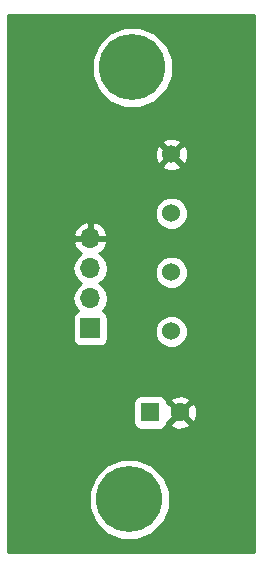
<source format=gbr>
G04 #@! TF.GenerationSoftware,KiCad,Pcbnew,(5.0.2)-1*
G04 #@! TF.CreationDate,2019-06-10T20:52:17+01:00*
G04 #@! TF.ProjectId,ultrasound_adapter,756c7472-6173-46f7-956e-645f61646170,rev?*
G04 #@! TF.SameCoordinates,Original*
G04 #@! TF.FileFunction,Copper,L2,Bot*
G04 #@! TF.FilePolarity,Positive*
%FSLAX46Y46*%
G04 Gerber Fmt 4.6, Leading zero omitted, Abs format (unit mm)*
G04 Created by KiCad (PCBNEW (5.0.2)-1) date 10/06/2019 20:52:17*
%MOMM*%
%LPD*%
G01*
G04 APERTURE LIST*
G04 #@! TA.AperFunction,ComponentPad*
%ADD10R,1.600000X1.600000*%
G04 #@! TD*
G04 #@! TA.AperFunction,ComponentPad*
%ADD11C,1.600000*%
G04 #@! TD*
G04 #@! TA.AperFunction,ComponentPad*
%ADD12O,1.700000X1.700000*%
G04 #@! TD*
G04 #@! TA.AperFunction,ComponentPad*
%ADD13R,1.700000X1.700000*%
G04 #@! TD*
G04 #@! TA.AperFunction,ComponentPad*
%ADD14C,1.524000*%
G04 #@! TD*
G04 #@! TA.AperFunction,ComponentPad*
%ADD15C,5.600000*%
G04 #@! TD*
G04 #@! TA.AperFunction,Conductor*
%ADD16C,0.254000*%
G04 #@! TD*
G04 APERTURE END LIST*
D10*
G04 #@! TO.P,C1,1*
G04 #@! TO.N,VCC*
X130048000Y-74168000D03*
D11*
G04 #@! TO.P,C1,2*
G04 #@! TO.N,GND*
X132548000Y-74168000D03*
G04 #@! TD*
D12*
G04 #@! TO.P,J1,4*
G04 #@! TO.N,GND*
X124968000Y-59436000D03*
G04 #@! TO.P,J1,3*
G04 #@! TO.N,Echo*
X124968000Y-61976000D03*
G04 #@! TO.P,J1,2*
G04 #@! TO.N,Trig*
X124968000Y-64516000D03*
D13*
G04 #@! TO.P,J1,1*
G04 #@! TO.N,VCC*
X124968000Y-67056000D03*
G04 #@! TD*
D14*
G04 #@! TO.P,J2,4*
G04 #@! TO.N,GND*
X131826000Y-52310000D03*
G04 #@! TO.P,J2,3*
G04 #@! TO.N,Echo*
X131826000Y-57310000D03*
G04 #@! TO.P,J2,2*
G04 #@! TO.N,Trig*
X131826000Y-62310000D03*
G04 #@! TO.P,J2,1*
G04 #@! TO.N,VCC*
X131826000Y-67310000D03*
G04 #@! TD*
D15*
G04 #@! TO.P,H1,1*
G04 #@! TO.N,N/C*
X128270000Y-81534000D03*
G04 #@! TD*
G04 #@! TO.P,H2,1*
G04 #@! TO.N,N/C*
X128524000Y-44958000D03*
G04 #@! TD*
D16*
G04 #@! TO.N,GND*
G36*
X138811000Y-85979000D02*
X117983000Y-85979000D01*
X117983000Y-80850736D01*
X124835000Y-80850736D01*
X124835000Y-82217264D01*
X125357947Y-83479771D01*
X126324229Y-84446053D01*
X127586736Y-84969000D01*
X128953264Y-84969000D01*
X130215771Y-84446053D01*
X131182053Y-83479771D01*
X131705000Y-82217264D01*
X131705000Y-80850736D01*
X131182053Y-79588229D01*
X130215771Y-78621947D01*
X128953264Y-78099000D01*
X127586736Y-78099000D01*
X126324229Y-78621947D01*
X125357947Y-79588229D01*
X124835000Y-80850736D01*
X117983000Y-80850736D01*
X117983000Y-73368000D01*
X128600560Y-73368000D01*
X128600560Y-74968000D01*
X128649843Y-75215765D01*
X128790191Y-75425809D01*
X129000235Y-75566157D01*
X129248000Y-75615440D01*
X130848000Y-75615440D01*
X131095765Y-75566157D01*
X131305809Y-75425809D01*
X131446157Y-75215765D01*
X131454117Y-75175745D01*
X131719861Y-75175745D01*
X131793995Y-75421864D01*
X132331223Y-75614965D01*
X132901454Y-75587778D01*
X133302005Y-75421864D01*
X133376139Y-75175745D01*
X132548000Y-74347605D01*
X131719861Y-75175745D01*
X131454117Y-75175745D01*
X131492693Y-74981813D01*
X131540255Y-74996139D01*
X132368395Y-74168000D01*
X132727605Y-74168000D01*
X133555745Y-74996139D01*
X133801864Y-74922005D01*
X133994965Y-74384777D01*
X133967778Y-73814546D01*
X133801864Y-73413995D01*
X133555745Y-73339861D01*
X132727605Y-74168000D01*
X132368395Y-74168000D01*
X131540255Y-73339861D01*
X131492693Y-73354187D01*
X131454118Y-73160255D01*
X131719861Y-73160255D01*
X132548000Y-73988395D01*
X133376139Y-73160255D01*
X133302005Y-72914136D01*
X132764777Y-72721035D01*
X132194546Y-72748222D01*
X131793995Y-72914136D01*
X131719861Y-73160255D01*
X131454118Y-73160255D01*
X131446157Y-73120235D01*
X131305809Y-72910191D01*
X131095765Y-72769843D01*
X130848000Y-72720560D01*
X129248000Y-72720560D01*
X129000235Y-72769843D01*
X128790191Y-72910191D01*
X128649843Y-73120235D01*
X128600560Y-73368000D01*
X117983000Y-73368000D01*
X117983000Y-61976000D01*
X123453908Y-61976000D01*
X123569161Y-62555418D01*
X123897375Y-63046625D01*
X124195761Y-63246000D01*
X123897375Y-63445375D01*
X123569161Y-63936582D01*
X123453908Y-64516000D01*
X123569161Y-65095418D01*
X123897375Y-65586625D01*
X123915619Y-65598816D01*
X123870235Y-65607843D01*
X123660191Y-65748191D01*
X123519843Y-65958235D01*
X123470560Y-66206000D01*
X123470560Y-67906000D01*
X123519843Y-68153765D01*
X123660191Y-68363809D01*
X123870235Y-68504157D01*
X124118000Y-68553440D01*
X125818000Y-68553440D01*
X126065765Y-68504157D01*
X126275809Y-68363809D01*
X126416157Y-68153765D01*
X126465440Y-67906000D01*
X126465440Y-67032119D01*
X130429000Y-67032119D01*
X130429000Y-67587881D01*
X130641680Y-68101337D01*
X131034663Y-68494320D01*
X131548119Y-68707000D01*
X132103881Y-68707000D01*
X132617337Y-68494320D01*
X133010320Y-68101337D01*
X133223000Y-67587881D01*
X133223000Y-67032119D01*
X133010320Y-66518663D01*
X132617337Y-66125680D01*
X132103881Y-65913000D01*
X131548119Y-65913000D01*
X131034663Y-66125680D01*
X130641680Y-66518663D01*
X130429000Y-67032119D01*
X126465440Y-67032119D01*
X126465440Y-66206000D01*
X126416157Y-65958235D01*
X126275809Y-65748191D01*
X126065765Y-65607843D01*
X126020381Y-65598816D01*
X126038625Y-65586625D01*
X126366839Y-65095418D01*
X126482092Y-64516000D01*
X126366839Y-63936582D01*
X126038625Y-63445375D01*
X125740239Y-63246000D01*
X126038625Y-63046625D01*
X126366839Y-62555418D01*
X126470929Y-62032119D01*
X130429000Y-62032119D01*
X130429000Y-62587881D01*
X130641680Y-63101337D01*
X131034663Y-63494320D01*
X131548119Y-63707000D01*
X132103881Y-63707000D01*
X132617337Y-63494320D01*
X133010320Y-63101337D01*
X133223000Y-62587881D01*
X133223000Y-62032119D01*
X133010320Y-61518663D01*
X132617337Y-61125680D01*
X132103881Y-60913000D01*
X131548119Y-60913000D01*
X131034663Y-61125680D01*
X130641680Y-61518663D01*
X130429000Y-62032119D01*
X126470929Y-62032119D01*
X126482092Y-61976000D01*
X126366839Y-61396582D01*
X126038625Y-60905375D01*
X125719522Y-60692157D01*
X125849358Y-60631183D01*
X126239645Y-60202924D01*
X126409476Y-59792890D01*
X126288155Y-59563000D01*
X125095000Y-59563000D01*
X125095000Y-59583000D01*
X124841000Y-59583000D01*
X124841000Y-59563000D01*
X123647845Y-59563000D01*
X123526524Y-59792890D01*
X123696355Y-60202924D01*
X124086642Y-60631183D01*
X124216478Y-60692157D01*
X123897375Y-60905375D01*
X123569161Y-61396582D01*
X123453908Y-61976000D01*
X117983000Y-61976000D01*
X117983000Y-59079110D01*
X123526524Y-59079110D01*
X123647845Y-59309000D01*
X124841000Y-59309000D01*
X124841000Y-58115181D01*
X125095000Y-58115181D01*
X125095000Y-59309000D01*
X126288155Y-59309000D01*
X126409476Y-59079110D01*
X126239645Y-58669076D01*
X125849358Y-58240817D01*
X125324892Y-57994514D01*
X125095000Y-58115181D01*
X124841000Y-58115181D01*
X124611108Y-57994514D01*
X124086642Y-58240817D01*
X123696355Y-58669076D01*
X123526524Y-59079110D01*
X117983000Y-59079110D01*
X117983000Y-57032119D01*
X130429000Y-57032119D01*
X130429000Y-57587881D01*
X130641680Y-58101337D01*
X131034663Y-58494320D01*
X131548119Y-58707000D01*
X132103881Y-58707000D01*
X132617337Y-58494320D01*
X133010320Y-58101337D01*
X133223000Y-57587881D01*
X133223000Y-57032119D01*
X133010320Y-56518663D01*
X132617337Y-56125680D01*
X132103881Y-55913000D01*
X131548119Y-55913000D01*
X131034663Y-56125680D01*
X130641680Y-56518663D01*
X130429000Y-57032119D01*
X117983000Y-57032119D01*
X117983000Y-53290213D01*
X131025392Y-53290213D01*
X131094857Y-53532397D01*
X131618302Y-53719144D01*
X132173368Y-53691362D01*
X132557143Y-53532397D01*
X132626608Y-53290213D01*
X131826000Y-52489605D01*
X131025392Y-53290213D01*
X117983000Y-53290213D01*
X117983000Y-52102302D01*
X130416856Y-52102302D01*
X130444638Y-52657368D01*
X130603603Y-53041143D01*
X130845787Y-53110608D01*
X131646395Y-52310000D01*
X132005605Y-52310000D01*
X132806213Y-53110608D01*
X133048397Y-53041143D01*
X133235144Y-52517698D01*
X133207362Y-51962632D01*
X133048397Y-51578857D01*
X132806213Y-51509392D01*
X132005605Y-52310000D01*
X131646395Y-52310000D01*
X130845787Y-51509392D01*
X130603603Y-51578857D01*
X130416856Y-52102302D01*
X117983000Y-52102302D01*
X117983000Y-51329787D01*
X131025392Y-51329787D01*
X131826000Y-52130395D01*
X132626608Y-51329787D01*
X132557143Y-51087603D01*
X132033698Y-50900856D01*
X131478632Y-50928638D01*
X131094857Y-51087603D01*
X131025392Y-51329787D01*
X117983000Y-51329787D01*
X117983000Y-44274736D01*
X125089000Y-44274736D01*
X125089000Y-45641264D01*
X125611947Y-46903771D01*
X126578229Y-47870053D01*
X127840736Y-48393000D01*
X129207264Y-48393000D01*
X130469771Y-47870053D01*
X131436053Y-46903771D01*
X131959000Y-45641264D01*
X131959000Y-44274736D01*
X131436053Y-43012229D01*
X130469771Y-42045947D01*
X129207264Y-41523000D01*
X127840736Y-41523000D01*
X126578229Y-42045947D01*
X125611947Y-43012229D01*
X125089000Y-44274736D01*
X117983000Y-44274736D01*
X117983000Y-40513000D01*
X138811000Y-40513000D01*
X138811000Y-85979000D01*
X138811000Y-85979000D01*
G37*
X138811000Y-85979000D02*
X117983000Y-85979000D01*
X117983000Y-80850736D01*
X124835000Y-80850736D01*
X124835000Y-82217264D01*
X125357947Y-83479771D01*
X126324229Y-84446053D01*
X127586736Y-84969000D01*
X128953264Y-84969000D01*
X130215771Y-84446053D01*
X131182053Y-83479771D01*
X131705000Y-82217264D01*
X131705000Y-80850736D01*
X131182053Y-79588229D01*
X130215771Y-78621947D01*
X128953264Y-78099000D01*
X127586736Y-78099000D01*
X126324229Y-78621947D01*
X125357947Y-79588229D01*
X124835000Y-80850736D01*
X117983000Y-80850736D01*
X117983000Y-73368000D01*
X128600560Y-73368000D01*
X128600560Y-74968000D01*
X128649843Y-75215765D01*
X128790191Y-75425809D01*
X129000235Y-75566157D01*
X129248000Y-75615440D01*
X130848000Y-75615440D01*
X131095765Y-75566157D01*
X131305809Y-75425809D01*
X131446157Y-75215765D01*
X131454117Y-75175745D01*
X131719861Y-75175745D01*
X131793995Y-75421864D01*
X132331223Y-75614965D01*
X132901454Y-75587778D01*
X133302005Y-75421864D01*
X133376139Y-75175745D01*
X132548000Y-74347605D01*
X131719861Y-75175745D01*
X131454117Y-75175745D01*
X131492693Y-74981813D01*
X131540255Y-74996139D01*
X132368395Y-74168000D01*
X132727605Y-74168000D01*
X133555745Y-74996139D01*
X133801864Y-74922005D01*
X133994965Y-74384777D01*
X133967778Y-73814546D01*
X133801864Y-73413995D01*
X133555745Y-73339861D01*
X132727605Y-74168000D01*
X132368395Y-74168000D01*
X131540255Y-73339861D01*
X131492693Y-73354187D01*
X131454118Y-73160255D01*
X131719861Y-73160255D01*
X132548000Y-73988395D01*
X133376139Y-73160255D01*
X133302005Y-72914136D01*
X132764777Y-72721035D01*
X132194546Y-72748222D01*
X131793995Y-72914136D01*
X131719861Y-73160255D01*
X131454118Y-73160255D01*
X131446157Y-73120235D01*
X131305809Y-72910191D01*
X131095765Y-72769843D01*
X130848000Y-72720560D01*
X129248000Y-72720560D01*
X129000235Y-72769843D01*
X128790191Y-72910191D01*
X128649843Y-73120235D01*
X128600560Y-73368000D01*
X117983000Y-73368000D01*
X117983000Y-61976000D01*
X123453908Y-61976000D01*
X123569161Y-62555418D01*
X123897375Y-63046625D01*
X124195761Y-63246000D01*
X123897375Y-63445375D01*
X123569161Y-63936582D01*
X123453908Y-64516000D01*
X123569161Y-65095418D01*
X123897375Y-65586625D01*
X123915619Y-65598816D01*
X123870235Y-65607843D01*
X123660191Y-65748191D01*
X123519843Y-65958235D01*
X123470560Y-66206000D01*
X123470560Y-67906000D01*
X123519843Y-68153765D01*
X123660191Y-68363809D01*
X123870235Y-68504157D01*
X124118000Y-68553440D01*
X125818000Y-68553440D01*
X126065765Y-68504157D01*
X126275809Y-68363809D01*
X126416157Y-68153765D01*
X126465440Y-67906000D01*
X126465440Y-67032119D01*
X130429000Y-67032119D01*
X130429000Y-67587881D01*
X130641680Y-68101337D01*
X131034663Y-68494320D01*
X131548119Y-68707000D01*
X132103881Y-68707000D01*
X132617337Y-68494320D01*
X133010320Y-68101337D01*
X133223000Y-67587881D01*
X133223000Y-67032119D01*
X133010320Y-66518663D01*
X132617337Y-66125680D01*
X132103881Y-65913000D01*
X131548119Y-65913000D01*
X131034663Y-66125680D01*
X130641680Y-66518663D01*
X130429000Y-67032119D01*
X126465440Y-67032119D01*
X126465440Y-66206000D01*
X126416157Y-65958235D01*
X126275809Y-65748191D01*
X126065765Y-65607843D01*
X126020381Y-65598816D01*
X126038625Y-65586625D01*
X126366839Y-65095418D01*
X126482092Y-64516000D01*
X126366839Y-63936582D01*
X126038625Y-63445375D01*
X125740239Y-63246000D01*
X126038625Y-63046625D01*
X126366839Y-62555418D01*
X126470929Y-62032119D01*
X130429000Y-62032119D01*
X130429000Y-62587881D01*
X130641680Y-63101337D01*
X131034663Y-63494320D01*
X131548119Y-63707000D01*
X132103881Y-63707000D01*
X132617337Y-63494320D01*
X133010320Y-63101337D01*
X133223000Y-62587881D01*
X133223000Y-62032119D01*
X133010320Y-61518663D01*
X132617337Y-61125680D01*
X132103881Y-60913000D01*
X131548119Y-60913000D01*
X131034663Y-61125680D01*
X130641680Y-61518663D01*
X130429000Y-62032119D01*
X126470929Y-62032119D01*
X126482092Y-61976000D01*
X126366839Y-61396582D01*
X126038625Y-60905375D01*
X125719522Y-60692157D01*
X125849358Y-60631183D01*
X126239645Y-60202924D01*
X126409476Y-59792890D01*
X126288155Y-59563000D01*
X125095000Y-59563000D01*
X125095000Y-59583000D01*
X124841000Y-59583000D01*
X124841000Y-59563000D01*
X123647845Y-59563000D01*
X123526524Y-59792890D01*
X123696355Y-60202924D01*
X124086642Y-60631183D01*
X124216478Y-60692157D01*
X123897375Y-60905375D01*
X123569161Y-61396582D01*
X123453908Y-61976000D01*
X117983000Y-61976000D01*
X117983000Y-59079110D01*
X123526524Y-59079110D01*
X123647845Y-59309000D01*
X124841000Y-59309000D01*
X124841000Y-58115181D01*
X125095000Y-58115181D01*
X125095000Y-59309000D01*
X126288155Y-59309000D01*
X126409476Y-59079110D01*
X126239645Y-58669076D01*
X125849358Y-58240817D01*
X125324892Y-57994514D01*
X125095000Y-58115181D01*
X124841000Y-58115181D01*
X124611108Y-57994514D01*
X124086642Y-58240817D01*
X123696355Y-58669076D01*
X123526524Y-59079110D01*
X117983000Y-59079110D01*
X117983000Y-57032119D01*
X130429000Y-57032119D01*
X130429000Y-57587881D01*
X130641680Y-58101337D01*
X131034663Y-58494320D01*
X131548119Y-58707000D01*
X132103881Y-58707000D01*
X132617337Y-58494320D01*
X133010320Y-58101337D01*
X133223000Y-57587881D01*
X133223000Y-57032119D01*
X133010320Y-56518663D01*
X132617337Y-56125680D01*
X132103881Y-55913000D01*
X131548119Y-55913000D01*
X131034663Y-56125680D01*
X130641680Y-56518663D01*
X130429000Y-57032119D01*
X117983000Y-57032119D01*
X117983000Y-53290213D01*
X131025392Y-53290213D01*
X131094857Y-53532397D01*
X131618302Y-53719144D01*
X132173368Y-53691362D01*
X132557143Y-53532397D01*
X132626608Y-53290213D01*
X131826000Y-52489605D01*
X131025392Y-53290213D01*
X117983000Y-53290213D01*
X117983000Y-52102302D01*
X130416856Y-52102302D01*
X130444638Y-52657368D01*
X130603603Y-53041143D01*
X130845787Y-53110608D01*
X131646395Y-52310000D01*
X132005605Y-52310000D01*
X132806213Y-53110608D01*
X133048397Y-53041143D01*
X133235144Y-52517698D01*
X133207362Y-51962632D01*
X133048397Y-51578857D01*
X132806213Y-51509392D01*
X132005605Y-52310000D01*
X131646395Y-52310000D01*
X130845787Y-51509392D01*
X130603603Y-51578857D01*
X130416856Y-52102302D01*
X117983000Y-52102302D01*
X117983000Y-51329787D01*
X131025392Y-51329787D01*
X131826000Y-52130395D01*
X132626608Y-51329787D01*
X132557143Y-51087603D01*
X132033698Y-50900856D01*
X131478632Y-50928638D01*
X131094857Y-51087603D01*
X131025392Y-51329787D01*
X117983000Y-51329787D01*
X117983000Y-44274736D01*
X125089000Y-44274736D01*
X125089000Y-45641264D01*
X125611947Y-46903771D01*
X126578229Y-47870053D01*
X127840736Y-48393000D01*
X129207264Y-48393000D01*
X130469771Y-47870053D01*
X131436053Y-46903771D01*
X131959000Y-45641264D01*
X131959000Y-44274736D01*
X131436053Y-43012229D01*
X130469771Y-42045947D01*
X129207264Y-41523000D01*
X127840736Y-41523000D01*
X126578229Y-42045947D01*
X125611947Y-43012229D01*
X125089000Y-44274736D01*
X117983000Y-44274736D01*
X117983000Y-40513000D01*
X138811000Y-40513000D01*
X138811000Y-85979000D01*
G04 #@! TD*
M02*

</source>
